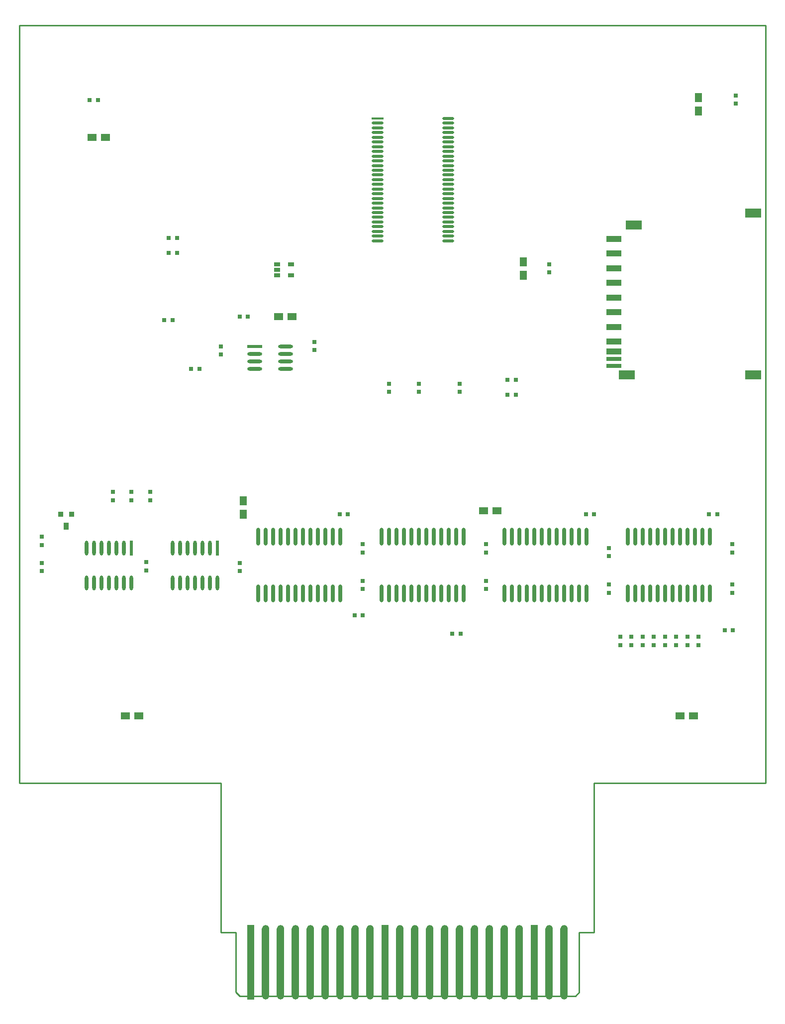
<source format=gtp>
G04*
G04 #@! TF.GenerationSoftware,Altium Limited,CircuitStudio,1.5.2 (30)*
G04*
G04 Layer_Color=7318015*
%FSLAX25Y25*%
%MOIN*%
G70*
G01*
G75*
%ADD10R,0.03937X0.02756*%
%ADD11R,0.03600X0.03600*%
%ADD12R,0.03600X0.05000*%
%ADD13O,0.07874X0.01772*%
%ADD14R,0.07874X0.01772*%
%ADD15O,0.02362X0.09843*%
%ADD16R,0.02362X0.09843*%
%ADD17O,0.02400X0.11937*%
%ADD18O,0.09843X0.02362*%
%ADD19R,0.09843X0.02362*%
%ADD20R,0.09843X0.03937*%
%ADD21R,0.09843X0.02953*%
%ADD22R,0.11024X0.05906*%
%ADD23R,0.05000X0.50000*%
%ADD24O,0.05000X0.50000*%
%ADD25R,0.05000X0.06000*%
%ADD26R,0.03000X0.03000*%
%ADD27R,0.03000X0.03000*%
%ADD28R,0.06000X0.05000*%
%ADD30C,0.01000*%
D10*
X427500Y1560000D02*
D03*
Y1556260D02*
D03*
Y1552520D02*
D03*
X436949Y1560000D02*
D03*
Y1552520D02*
D03*
D11*
X282500Y1392500D02*
D03*
X290000D02*
D03*
D12*
X286200Y1384500D02*
D03*
D13*
X542244Y1575610D02*
D03*
Y1578760D02*
D03*
Y1581909D02*
D03*
Y1585059D02*
D03*
Y1588209D02*
D03*
Y1591358D02*
D03*
Y1594508D02*
D03*
Y1597657D02*
D03*
Y1600807D02*
D03*
Y1603957D02*
D03*
Y1607106D02*
D03*
Y1610256D02*
D03*
Y1613405D02*
D03*
Y1616555D02*
D03*
Y1619705D02*
D03*
Y1622854D02*
D03*
Y1626004D02*
D03*
Y1629153D02*
D03*
Y1632303D02*
D03*
Y1635453D02*
D03*
Y1638602D02*
D03*
Y1641752D02*
D03*
Y1644902D02*
D03*
Y1648051D02*
D03*
Y1651201D02*
D03*
Y1654350D02*
D03*
Y1657500D02*
D03*
X495000Y1575610D02*
D03*
Y1578760D02*
D03*
Y1581909D02*
D03*
Y1585059D02*
D03*
Y1588209D02*
D03*
Y1591358D02*
D03*
Y1594508D02*
D03*
Y1597657D02*
D03*
Y1600807D02*
D03*
Y1603957D02*
D03*
Y1607106D02*
D03*
Y1610256D02*
D03*
Y1613405D02*
D03*
Y1616555D02*
D03*
Y1619705D02*
D03*
Y1622854D02*
D03*
Y1626004D02*
D03*
Y1629153D02*
D03*
Y1632303D02*
D03*
Y1635453D02*
D03*
Y1638602D02*
D03*
Y1641752D02*
D03*
Y1644902D02*
D03*
Y1648051D02*
D03*
Y1651201D02*
D03*
Y1654350D02*
D03*
D14*
Y1657500D02*
D03*
D15*
X357500Y1346378D02*
D03*
X362500D02*
D03*
X367500D02*
D03*
X372500D02*
D03*
X377500D02*
D03*
X382500D02*
D03*
X387500D02*
D03*
X357500Y1370000D02*
D03*
X362500D02*
D03*
X367500D02*
D03*
X372500D02*
D03*
X377500D02*
D03*
X382500D02*
D03*
X300000Y1346378D02*
D03*
X305000D02*
D03*
X310000D02*
D03*
X315000D02*
D03*
X320000D02*
D03*
X325000D02*
D03*
X330000D02*
D03*
X300000Y1370000D02*
D03*
X305000D02*
D03*
X310000D02*
D03*
X315000D02*
D03*
X320000D02*
D03*
X325000D02*
D03*
D16*
X387500D02*
D03*
X330000D02*
D03*
D17*
X470000Y1377500D02*
D03*
X420000D02*
D03*
X415000D02*
D03*
Y1339500D02*
D03*
X465000Y1377500D02*
D03*
X460000D02*
D03*
X455000D02*
D03*
X450000D02*
D03*
X445000D02*
D03*
X440000D02*
D03*
X435000D02*
D03*
X430000D02*
D03*
X425000D02*
D03*
X460000Y1339500D02*
D03*
X465000D02*
D03*
X470000D02*
D03*
X455000D02*
D03*
X445000D02*
D03*
X450000D02*
D03*
X425000D02*
D03*
X440000D02*
D03*
X435000D02*
D03*
X430000D02*
D03*
X420000D02*
D03*
X585000D02*
D03*
X595000D02*
D03*
X600000D02*
D03*
X605000D02*
D03*
X590000D02*
D03*
X615000D02*
D03*
X610000D02*
D03*
X620000D02*
D03*
X635000D02*
D03*
X630000D02*
D03*
X625000D02*
D03*
X590000Y1377500D02*
D03*
X595000D02*
D03*
X600000D02*
D03*
X605000D02*
D03*
X610000D02*
D03*
X615000D02*
D03*
X620000D02*
D03*
X625000D02*
D03*
X630000D02*
D03*
X580000Y1339500D02*
D03*
Y1377500D02*
D03*
X585000D02*
D03*
X635000D02*
D03*
X552500D02*
D03*
X502500D02*
D03*
X497500D02*
D03*
Y1339500D02*
D03*
X547500Y1377500D02*
D03*
X542500D02*
D03*
X537500D02*
D03*
X532500D02*
D03*
X527500D02*
D03*
X522500D02*
D03*
X517500D02*
D03*
X512500D02*
D03*
X507500D02*
D03*
X542500Y1339500D02*
D03*
X547500D02*
D03*
X552500D02*
D03*
X537500D02*
D03*
X527500D02*
D03*
X532500D02*
D03*
X507500D02*
D03*
X522500D02*
D03*
X517500D02*
D03*
X512500D02*
D03*
X502500D02*
D03*
X667500D02*
D03*
X677500D02*
D03*
X682500D02*
D03*
X687500D02*
D03*
X672500D02*
D03*
X697500D02*
D03*
X692500D02*
D03*
X702500D02*
D03*
X717500D02*
D03*
X712500D02*
D03*
X707500D02*
D03*
X672500Y1377500D02*
D03*
X677500D02*
D03*
X682500D02*
D03*
X687500D02*
D03*
X692500D02*
D03*
X697500D02*
D03*
X702500D02*
D03*
X707500D02*
D03*
X712500D02*
D03*
X662500Y1339500D02*
D03*
Y1377500D02*
D03*
X667500D02*
D03*
X717500D02*
D03*
D18*
X433287Y1490000D02*
D03*
Y1495000D02*
D03*
Y1500000D02*
D03*
Y1505000D02*
D03*
X412500Y1490000D02*
D03*
Y1495000D02*
D03*
Y1500000D02*
D03*
D19*
Y1505000D02*
D03*
D20*
X653297Y1567067D02*
D03*
Y1557224D02*
D03*
Y1547382D02*
D03*
Y1537539D02*
D03*
Y1527697D02*
D03*
Y1517854D02*
D03*
Y1508287D02*
D03*
Y1501595D02*
D03*
Y1576910D02*
D03*
D21*
Y1491752D02*
D03*
Y1496476D02*
D03*
D22*
X666486Y1586260D02*
D03*
X746703Y1594232D02*
D03*
Y1485768D02*
D03*
X662057D02*
D03*
D23*
X410000Y1092500D02*
D03*
X500000D02*
D03*
X600000D02*
D03*
D24*
X420000D02*
D03*
X430000D02*
D03*
X440000D02*
D03*
X450000D02*
D03*
X460000D02*
D03*
X470000D02*
D03*
X480000D02*
D03*
X490000D02*
D03*
X510000D02*
D03*
X520000D02*
D03*
X530000D02*
D03*
X540000D02*
D03*
X550000D02*
D03*
X560000D02*
D03*
X570000D02*
D03*
X580000D02*
D03*
X590000D02*
D03*
X610000D02*
D03*
X620000D02*
D03*
D25*
X710000Y1662500D02*
D03*
Y1671500D02*
D03*
X592500Y1561500D02*
D03*
Y1552500D02*
D03*
X405000Y1401500D02*
D03*
Y1392500D02*
D03*
D26*
X550000Y1474500D02*
D03*
Y1480000D02*
D03*
X522500Y1474500D02*
D03*
Y1480000D02*
D03*
X502500Y1474500D02*
D03*
Y1480000D02*
D03*
X610000Y1554500D02*
D03*
Y1560000D02*
D03*
X452500Y1508000D02*
D03*
Y1502500D02*
D03*
X390000Y1499500D02*
D03*
Y1505000D02*
D03*
X330000Y1402000D02*
D03*
Y1407500D02*
D03*
X317500Y1402000D02*
D03*
Y1407500D02*
D03*
X342500Y1402000D02*
D03*
Y1407500D02*
D03*
X270000Y1372000D02*
D03*
Y1377500D02*
D03*
Y1354500D02*
D03*
Y1360000D02*
D03*
X340000Y1360500D02*
D03*
Y1355000D02*
D03*
X402500Y1360000D02*
D03*
Y1354500D02*
D03*
X732500Y1345500D02*
D03*
Y1340000D02*
D03*
Y1372500D02*
D03*
Y1367000D02*
D03*
X485000Y1348000D02*
D03*
Y1342500D02*
D03*
Y1372500D02*
D03*
Y1367000D02*
D03*
X567500Y1348000D02*
D03*
Y1342500D02*
D03*
Y1372500D02*
D03*
Y1367000D02*
D03*
X650000Y1345500D02*
D03*
Y1340000D02*
D03*
Y1370000D02*
D03*
Y1364500D02*
D03*
X735000Y1673000D02*
D03*
Y1667500D02*
D03*
X710000Y1305000D02*
D03*
Y1310500D02*
D03*
X702500Y1305000D02*
D03*
Y1310500D02*
D03*
X695000Y1305000D02*
D03*
Y1310500D02*
D03*
X687500Y1305000D02*
D03*
Y1310500D02*
D03*
X680000Y1305000D02*
D03*
Y1310500D02*
D03*
X672500Y1305000D02*
D03*
Y1310500D02*
D03*
X665000Y1305000D02*
D03*
Y1310500D02*
D03*
X657500Y1305000D02*
D03*
Y1310500D02*
D03*
D27*
X582000Y1472500D02*
D03*
X587500D02*
D03*
X582000Y1482500D02*
D03*
X587500D02*
D03*
X375500Y1490000D02*
D03*
X370000D02*
D03*
X352000Y1522500D02*
D03*
X357500D02*
D03*
X302000Y1670000D02*
D03*
X307500D02*
D03*
X408000Y1525000D02*
D03*
X402500D02*
D03*
X550500Y1312500D02*
D03*
X545000D02*
D03*
X733000Y1315000D02*
D03*
X727500D02*
D03*
X485000Y1325000D02*
D03*
X479500D02*
D03*
X640000Y1392500D02*
D03*
X634500D02*
D03*
X722500D02*
D03*
X717000D02*
D03*
X475000D02*
D03*
X469500D02*
D03*
X360500Y1577500D02*
D03*
X355000D02*
D03*
X360500Y1567500D02*
D03*
X355000D02*
D03*
D28*
X312500Y1645000D02*
D03*
X303500D02*
D03*
X428500Y1525000D02*
D03*
X437500D02*
D03*
X706500Y1257500D02*
D03*
X697500D02*
D03*
X326000D02*
D03*
X335000D02*
D03*
X566000Y1395000D02*
D03*
X575000D02*
D03*
D30*
X630000Y1112500D02*
X640000D01*
X630000Y1072500D02*
Y1112500D01*
X402500Y1070000D02*
X627500D01*
X400000Y1072500D02*
Y1112500D01*
X390000D02*
X400000D01*
X255000Y1720000D02*
X755000D01*
X255000Y1212500D02*
Y1720000D01*
X627500Y1070000D02*
X630000Y1072500D01*
X400000D02*
X402500Y1070000D01*
X255000Y1212500D02*
X390000D01*
X640000D02*
X755000D01*
X390000Y1112500D02*
Y1212500D01*
X640000Y1112500D02*
Y1212500D01*
X755000D02*
Y1720000D01*
M02*

</source>
